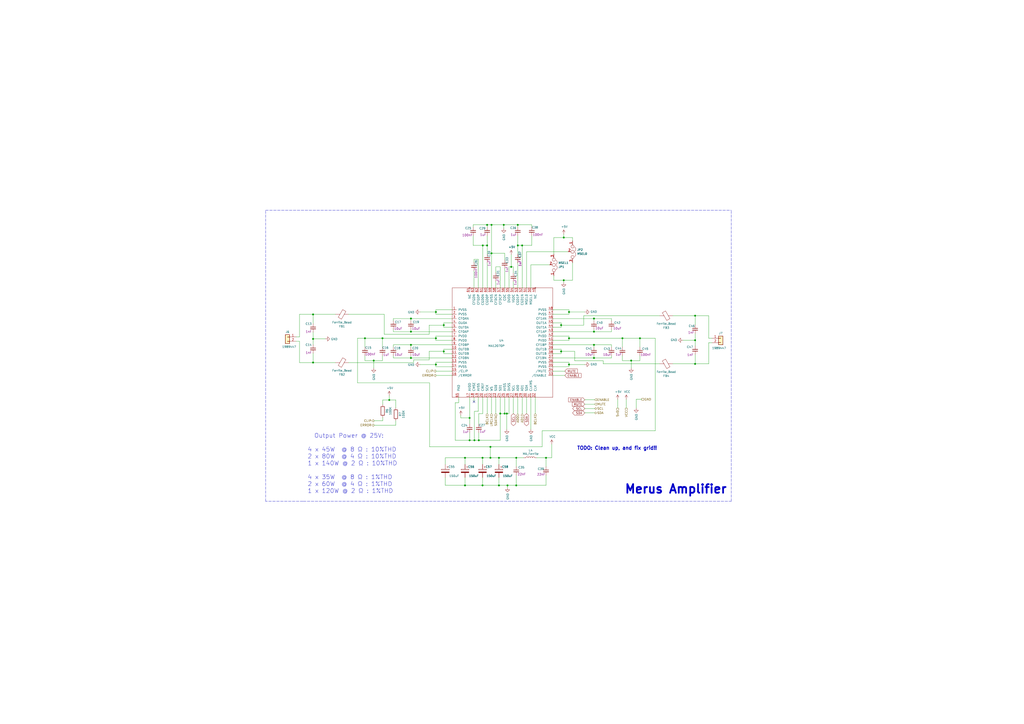
<source format=kicad_sch>
(kicad_sch (version 20211123) (generator eeschema)
  (paper "A2")
  (lib_symbols
    (symbol "Connector_Generic:Conn_01x02" (pin_names (offset 1.016) hide)
      (property "Reference" "J" (at 0 2.54 0))
      (property "Value" "Conn_01x02" (at 0 -5.08 0))
      (symbol "Conn_01x02_1_1"
        (rectangle (start -1.27 -2.413) (end 0 -2.667) (stroke (width 0.1524)))
        (rectangle (start -1.27 0.127) (end 0 -0.127) (stroke (width 0.1524)))
        (rectangle (start -1.27 1.27) (end 1.27 -3.81) (stroke (width 0.254)) (fill (type background)))
        (pin passive line (at -5.08 0 0) (length 3.81) (name "Pin_1") (number "1"))
        (pin passive line (at -5.08 -2.54 0) (length 3.81) (name "Pin_2") (number "2"))
      )
    )
    (symbol "Device:CP" (pin_numbers hide) (pin_names (offset 0.254))
      (property "Reference" "C" (at 0.635 2.54 0))
      (property "Value" "Device_CP" (at 0.635 -2.54 0))
      (symbol "CP_0_1"
        (rectangle (start -2.286 0.508) (end 2.286 1.016))
        (polyline (pts (xy -1.778 2.286) (xy -0.762 2.286)))
        (polyline (pts (xy -1.27 2.794) (xy -1.27 1.778)))
        (rectangle (start 2.286 -0.508) (end -2.286 -1.016) (fill (type outline)))
      )
      (symbol "CP_1_1"
        (pin passive line (at 0 3.81 270) (length 2.794) (name "~") (number "1"))
        (pin passive line (at 0 -3.81 90) (length 2.794) (name "~") (number "2"))
      )
    )
    (symbol "Device:C_Small" (pin_numbers hide) (pin_names (offset 0.254) hide)
      (property "Reference" "C" (at 0.254 1.778 0))
      (property "Value" "C_Small" (at 0.254 -2.032 0))
      (symbol "C_Small_0_1"
        (polyline (pts (xy -1.524 -0.508) (xy 1.524 -0.508)) (stroke (width 0.3302)))
        (polyline (pts (xy -1.524 0.508) (xy 1.524 0.508)) (stroke (width 0.3048)))
      )
      (symbol "C_Small_1_1"
        (pin passive line (at 0 2.54 270) (length 2.032) (name "~") (number "1"))
        (pin passive line (at 0 -2.54 90) (length 2.032) (name "~") (number "2"))
      )
    )
    (symbol "Device:Ferrite_Bead" (pin_numbers hide) (pin_names (offset 0))
      (property "Reference" "FB" (at -3.81 0.635 90))
      (property "Value" "Device_Ferrite_Bead" (at 3.81 0 90))
      (symbol "Ferrite_Bead_0_1"
        (polyline (pts (xy 0 -1.27) (xy 0 -1.2192)))
        (polyline (pts (xy 0 1.27) (xy 0 1.2954)))
        (polyline (pts (xy -2.7686 0.4064) (xy -1.7018 2.2606) (xy 2.7686 -0.3048) (xy 1.6764 -2.159) (xy -2.7686 0.4064)))
      )
      (symbol "Ferrite_Bead_1_1"
        (pin passive line (at 0 3.81 270) (length 2.54) (name "~") (number "1"))
        (pin passive line (at 0 -3.81 90) (length 2.54) (name "~") (number "2"))
      )
    )
    (symbol "Device:Jumper_NC_Dual" (pin_names (offset 0.762) hide)
      (property "Reference" "JP" (at 1.27 -2.54 0))
      (property "Value" "Device_Jumper_NC_Dual" (at 0 2.54 0))
      (symbol "Jumper_NC_Dual_0_1"
        (circle (center -3.048 0) (radius 0.889))
        (arc (start -0.254 1.27) (mid -1.524 1.8804) (end -2.794 1.27))
        (circle (center 0 0) (radius 0.9144))
        (arc (start 2.794 1.27) (mid 1.524 1.8804) (end 0.254 1.27))
        (circle (center 3.048 0) (radius 0.889))
        (pin passive line (at -6.35 0 0) (length 2.413) (name "1") (number "1"))
        (pin passive line (at 0 -2.54 90) (length 1.524) (name "2") (number "2"))
        (pin passive line (at 6.35 0 180) (length 2.413) (name "3") (number "3"))
      )
    )
    (symbol "Device:L" (pin_numbers hide) (pin_names (offset 1.016) hide)
      (property "Reference" "L" (at -1.27 0 90))
      (property "Value" "L" (at 1.905 0 90))
      (symbol "L_0_1"
        (arc (start 0 -2.54) (mid 0.635 -1.905) (end 0 -1.27))
        (arc (start 0 -1.27) (mid 0.635 -0.635) (end 0 0))
        (arc (start 0 0) (mid 0.635 0.635) (end 0 1.27))
        (arc (start 0 1.27) (mid 0.635 1.905) (end 0 2.54))
      )
      (symbol "L_1_1"
        (pin passive line (at 0 3.81 270) (length 1.27) (name "1") (number "1"))
        (pin passive line (at 0 -3.81 90) (length 1.27) (name "2") (number "2"))
      )
    )
    (symbol "Device:R" (pin_numbers hide) (pin_names (offset 0))
      (property "Reference" "R" (at 2.032 0 90))
      (property "Value" "R" (at 0 0 90))
      (symbol "R_0_1"
        (rectangle (start -1.016 -2.54) (end 1.016 2.54) (stroke (width 0.254)))
      )
      (symbol "R_1_1"
        (pin passive line (at 0 3.81 270) (length 1.27) (name "~") (number "1"))
        (pin passive line (at 0 -3.81 90) (length 1.27) (name "~") (number "2"))
      )
    )
    (symbol "muVoxSyms:MA12070P" (pin_names (offset 1.016))
      (property "Reference" "U" (at 10.16 -20.32 0))
      (property "Value" "MA12070P" (at 10.16 -22.86 0))
      (symbol "MA12070P_0_1"
        (rectangle (start -19.05 6.35) (end 39.37 -57.15))
      )
      (symbol "MA12070P_1_1"
        (pin input line (at -19.05 -6.35 0) (length 2.54) (name "PVSS") (number "1"))
        (pin input line (at -19.05 -29.21 0) (length 2.54) (name "OUT0B") (number "10"))
        (pin input line (at -19.05 -31.75 0) (length 2.54) (name "OUT0B") (number "11"))
        (pin input line (at -19.05 -34.29 0) (length 2.54) (name "CF0BN") (number "12"))
        (pin input line (at -19.05 -36.83 0) (length 2.54) (name "PVSS") (number "13"))
        (pin input line (at -19.05 -39.37 0) (length 2.54) (name "PVSS") (number "14"))
        (pin output line (at -19.05 -41.91 0) (length 2.54) (name "/CLIP") (number "15"))
        (pin input line (at -19.05 -44.45 0) (length 2.54) (name "/ERROR") (number "16"))
        (pin input line (at -8.89 -57.15 90) (length 2.54) (name "AVDD") (number "17"))
        (pin input line (at -6.35 -57.15 90) (length 2.54) (name "CMSE") (number "18"))
        (pin input line (at -3.81 -57.15 90) (length 2.54) (name "AVSS") (number "19"))
        (pin input line (at -19.05 -8.89 0) (length 2.54) (name "PVSS") (number "2"))
        (pin output line (at -1.27 -57.15 90) (length 2.54) (name "CREF") (number "20"))
        (pin output line (at 1.27 -57.15 90) (length 2.54) (name "SCK") (number "21"))
        (pin input line (at 3.81 -57.15 90) (length 2.54) (name "WS") (number "22"))
        (pin input line (at 6.35 -57.15 90) (length 2.54) (name "SD0") (number "23"))
        (pin input line (at 8.89 -57.15 90) (length 2.54) (name "SD1") (number "24"))
        (pin passive line (at 11.43 -57.15 90) (length 2.54) (name "AVSS") (number "25"))
        (pin passive line (at 13.97 -57.15 90) (length 2.54) (name "DVSS") (number "26"))
        (pin bidirectional line (at 16.51 -57.15 90) (length 2.54) (name "SCL") (number "27"))
        (pin input line (at 19.05 -57.15 90) (length 2.54) (name "AD0") (number "28"))
        (pin input line (at 21.59 -57.15 90) (length 2.54) (name "AD1") (number "29"))
        (pin input line (at -19.05 -11.43 0) (length 2.54) (name "CF0AN") (number "3"))
        (pin bidirectional line (at 24.13 -57.15 90) (length 2.54) (name "SDA") (number "30"))
        (pin output line (at 26.67 -57.15 90) (length 2.54) (name "CLKMS") (number "31"))
        (pin input line (at 29.21 -57.15 90) (length 2.54) (name "CLK") (number "32"))
        (pin input line (at 39.37 -44.45 180) (length 2.54) (name "/ENABLE") (number "33"))
        (pin output line (at 39.37 -41.91 180) (length 2.54) (name "/MUTE") (number "34"))
        (pin input line (at 39.37 -39.37 180) (length 2.54) (name "PVSS") (number "35"))
        (pin input line (at 39.37 -36.83 180) (length 2.54) (name "PVSS") (number "36"))
        (pin input line (at 39.37 -34.29 180) (length 2.54) (name "CF1BN") (number "37"))
        (pin output line (at 39.37 -31.75 180) (length 2.54) (name "OUT1B") (number "38"))
        (pin output line (at 39.37 -29.21 180) (length 2.54) (name "OUT1B") (number "39"))
        (pin output line (at -19.05 -13.97 0) (length 2.54) (name "OU0A") (number "4"))
        (pin input line (at 39.37 -26.67 180) (length 2.54) (name "CF1BP") (number "40"))
        (pin input line (at 39.37 -24.13 180) (length 2.54) (name "PVDD") (number "41"))
        (pin input line (at 39.37 -21.59 180) (length 2.54) (name "PVDD") (number "42"))
        (pin input line (at 39.37 -19.05 180) (length 2.54) (name "CF1AP") (number "43"))
        (pin output line (at 39.37 -16.51 180) (length 2.54) (name "OUT1A") (number "44"))
        (pin output line (at 39.37 -13.97 180) (length 2.54) (name "OUT1A") (number "45"))
        (pin input line (at 39.37 -11.43 180) (length 2.54) (name "CF1AN") (number "46"))
        (pin input line (at 39.37 -8.89 180) (length 2.54) (name "PVSS") (number "47"))
        (pin input line (at 39.37 -6.35 180) (length 2.54) (name "PVSS") (number "48"))
        (pin no_connect line (at 29.21 6.35 270) (length 2.54) (name "NC") (number "49"))
        (pin output line (at -19.05 -16.51 0) (length 2.54) (name "OUT0A") (number "5"))
        (pin bidirectional line (at 26.67 6.35 270) (length 2.54) (name "MSEL1") (number "50"))
        (pin bidirectional line (at 24.13 6.35 270) (length 2.54) (name "MSEL0") (number "51"))
        (pin input line (at 21.59 6.35 270) (length 2.54) (name "CGD1N") (number "52"))
        (pin input line (at 19.05 6.35 270) (length 2.54) (name "CGD1P") (number "53"))
        (pin bidirectional line (at 16.51 6.35 270) (length 2.54) (name "VGDC") (number "54"))
        (pin passive line (at 13.97 6.35 270) (length 2.54) (name "DVDD") (number "55"))
        (pin passive line (at 11.43 6.35 270) (length 2.54) (name "CDC") (number "56"))
        (pin input line (at 8.89 6.35 270) (length 2.54) (name "CFDCP") (number "57"))
        (pin input line (at 6.35 6.35 270) (length 2.54) (name "CFDCN") (number "58"))
        (pin input line (at 3.81 6.35 270) (length 2.54) (name "DVSS") (number "59"))
        (pin input line (at -19.05 -19.05 0) (length 2.54) (name "CF0AP") (number "6"))
        (pin output line (at 1.27 6.35 270) (length 2.54) (name "CGD0P") (number "60"))
        (pin output line (at -1.27 6.35 270) (length 2.54) (name "CGD0N") (number "61"))
        (pin input line (at -3.81 6.35 270) (length 2.54) (name "CFGDP") (number "62"))
        (pin input line (at -6.35 6.35 270) (length 2.54) (name "CFGDN") (number "63"))
        (pin no_connect line (at -8.89 6.35 270) (length 2.54) (name "NC") (number "64"))
        (pin input line (at -15.24 -57.15 90) (length 2.54) (name "PAD") (number "65"))
        (pin input line (at -19.05 -21.59 0) (length 2.54) (name "PVDD") (number "7"))
        (pin input line (at -19.05 -24.13 0) (length 2.54) (name "PVDD") (number "8"))
        (pin input line (at -19.05 -26.67 0) (length 2.54) (name "CF0BP") (number "9"))
      )
    )
    (symbol "power:+5V" (power) (pin_names (offset 0))
      (property "Value" "+5V" (at 0 3.556 0))
      (symbol "+5V_0_1"
        (polyline (pts (xy -0.762 1.27) (xy 0 2.54)))
        (polyline (pts (xy 0 0) (xy 0 2.54)))
        (polyline (pts (xy 0 2.54) (xy 0.762 1.27)))
      )
      (symbol "+5V_1_1"
        (pin power_in line (at 0 0 90) (length 0) hide (name "+5V") (number "1"))
      )
    )
    (symbol "power:GND" (power) (pin_names (offset 0))
      (property "Value" "GND" (at 0 -3.81 0))
      (symbol "GND_0_1"
        (polyline (pts (xy 0 0) (xy 0 -1.27) (xy 1.27 -1.27) (xy 0 -2.54) (xy -1.27 -1.27) (xy 0 -1.27)))
      )
      (symbol "GND_1_1"
        (pin power_in line (at 0 0 270) (length 0) hide (name "GND") (number "1"))
      )
    )
    (symbol "power:VCC" (power) (pin_names (offset 0))
      (property "Value" "VCC" (at 0 3.81 0))
      (symbol "VCC_0_1"
        (polyline (pts (xy -0.762 1.27) (xy 0 2.54)))
        (polyline (pts (xy 0 0) (xy 0 2.54)))
        (polyline (pts (xy 0 2.54) (xy 0.762 1.27)))
      )
      (symbol "VCC_1_1"
        (pin power_in line (at 0 0 90) (length 0) hide (name "VCC") (number "1"))
      )
    )
  )
  (junction (at 344.551 184.785))
  (junction (at 300.355 142.367))
  (junction (at 216.789 209.169))
  (junction (at 300.355 130.429))
  (junction (at 238.379 192.405))
  (junction (at 280.035 142.367))
  (junction (at 282.575 142.367))
  (junction (at 252.857 196.215))
  (junction (at 257.429 188.595))
  (junction (at 238.379 184.785))
  (junction (at 211.709 196.215))
  (junction (at 330.073 196.215))
  (junction (at 275.209 255.397))
  (junction (at 302.895 142.367))
  (junction (at 371.221 196.215))
  (junction (at 252.857 211.455))
  (junction (at 330.073 180.975))
  (junction (at 238.379 200.025))
  (junction (at 403.225 211.074))
  (junction (at 238.379 207.645))
  (junction (at 325.501 203.835))
  (junction (at 284.48 265.557))
  (junction (at 330.073 211.455))
  (junction (at 269.748 281.559))
  (junction (at 284.48 259.207))
  (junction (at 181.61 210.312))
  (junction (at 292.227 130.429))
  (junction (at 296.545 154.813))
  (junction (at 292.735 239.903))
  (junction (at 221.869 196.215))
  (junction (at 279.908 265.557))
  (junction (at 225.806 232.029))
  (junction (at 279.908 281.559))
  (junction (at 269.748 265.557))
  (junction (at 344.551 192.405))
  (junction (at 181.61 182.372))
  (junction (at 366.141 209.169))
  (junction (at 403.225 183.134))
  (junction (at 327.025 137.795))
  (junction (at 285.115 146.939))
  (junction (at 181.61 196.596))
  (junction (at 257.429 203.835))
  (junction (at 344.551 207.645))
  (junction (at 299.466 281.559))
  (junction (at 344.551 200.025))
  (junction (at 272.415 255.397))
  (junction (at 294.005 239.903))
  (junction (at 294.386 281.559))
  (junction (at 325.501 188.595))
  (junction (at 272.415 242.443))
  (junction (at 361.061 196.215))
  (junction (at 252.857 180.975))
  (junction (at 290.195 239.903))
  (junction (at 299.466 265.557))
  (junction (at 282.575 130.429))
  (junction (at 277.749 255.397))
  (junction (at 316.738 265.557))
  (junction (at 289.433 265.557))
  (junction (at 285.115 130.429))
  (junction (at 403.225 197.358))
  (junction (at 327.025 162.56))
  (junction (at 289.433 281.559))
  (no_connect (at 274.955 233.045))
  (wire (pts (xy 403.225 188.468) (xy 403.225 183.134)))
  (wire (pts (xy 239.903 208.788) (xy 248.92 208.788)))
  (wire (pts (xy 216.916 244.094) (xy 221.996 244.094)))
  (wire (pts (xy 330.073 210.185) (xy 330.073 211.455)))
  (wire (pts (xy 274.447 130.429) (xy 274.447 131.699)))
  (wire (pts (xy 413.004 198.755) (xy 411.099 198.755)))
  (wire (pts (xy 316.738 265.557) (xy 311.404 265.557)))
  (wire (pts (xy 207.391 196.215) (xy 211.709 196.215)))
  (wire (pts (xy 257.429 203.835) (xy 257.429 202.565)))
  (wire (pts (xy 277.495 150.495) (xy 277.495 167.005)))
  (wire (pts (xy 316.738 270.637) (xy 316.738 265.557)))
  (wire (pts (xy 221.996 232.029) (xy 225.806 232.029)))
  (wire (pts (xy 302.895 167.005) (xy 302.895 142.367)))
  (wire (pts (xy 282.575 131.699) (xy 282.575 130.429)))
  (wire (pts (xy 403.225 183.134) (xy 390.271 183.134)))
  (wire (pts (xy 173.736 182.372) (xy 181.61 182.372)))
  (wire (pts (xy 248.92 188.595) (xy 248.92 193.929)))
  (wire (pts (xy 228.219 186.055) (xy 228.219 184.785)))
  (wire (pts (xy 299.466 270.637) (xy 299.466 265.557)))
  (wire (pts (xy 292.227 130.429) (xy 300.355 130.429)))
  (wire (pts (xy 284.48 265.557) (xy 289.433 265.557)))
  (wire (pts (xy 305.435 146.05) (xy 329.565 146.05)))
  (wire (pts (xy 282.575 230.505) (xy 282.575 239.903)))
  (wire (pts (xy 354.711 191.135) (xy 354.711 192.405)))
  (wire (pts (xy 181.61 196.596) (xy 188.722 196.596)))
  (wire (pts (xy 403.225 197.358) (xy 396.113 197.358)))
  (wire (pts (xy 339.217 239.522) (xy 344.932 239.522)))
  (wire (pts (xy 325.501 203.835) (xy 333.375 203.835)))
  (wire (pts (xy 320.675 205.105) (xy 325.501 205.105)))
  (wire (pts (xy 320.04 257.683) (xy 320.04 265.557)))
  (wire (pts (xy 285.115 167.005) (xy 285.115 146.939)))
  (wire (pts (xy 264.033 233.553) (xy 264.033 255.397)))
  (wire (pts (xy 325.501 187.325) (xy 325.501 188.595)))
  (wire (pts (xy 308.483 142.367) (xy 302.895 142.367)))
  (wire (pts (xy 277.749 255.397) (xy 290.195 255.397)))
  (wire (pts (xy 300.355 167.005) (xy 300.355 152.527)))
  (wire (pts (xy 285.115 146.939) (xy 292.735 146.939)))
  (wire (pts (xy 338.582 183.134) (xy 382.651 183.134)))
  (wire (pts (xy 320.675 189.865) (xy 325.501 189.865)))
  (polyline (pts (xy 175.895 290.83) (xy 424.18 290.83)))
  (wire (pts (xy 252.857 211.455) (xy 243.713 211.455)))
  (wire (pts (xy 171.831 197.993) (xy 173.736 197.993)))
  (wire (pts (xy 330.073 197.485) (xy 320.675 197.485)))
  (wire (pts (xy 403.225 193.548) (xy 403.225 197.358)))
  (wire (pts (xy 238.379 207.645) (xy 238.379 206.375)))
  (wire (pts (xy 320.675 184.785) (xy 344.551 184.785)))
  (wire (pts (xy 295.275 239.903) (xy 294.005 239.903)))
  (wire (pts (xy 332.105 152.4) (xy 332.105 162.56)))
  (wire (pts (xy 269.748 265.557) (xy 269.748 269.367)))
  (wire (pts (xy 366.141 209.169) (xy 361.061 209.169)))
  (wire (pts (xy 292.735 239.903) (xy 292.735 230.505)))
  (wire (pts (xy 300.355 147.447) (xy 300.355 142.367)))
  (wire (pts (xy 327.025 137.795) (xy 332.105 137.795)))
  (wire (pts (xy 274.955 150.495) (xy 277.495 150.495)))
  (wire (pts (xy 248.92 193.929) (xy 222.885 193.929)))
  (wire (pts (xy 290.195 255.397) (xy 290.195 239.903)))
  (wire (pts (xy 207.391 222.123) (xy 207.391 196.215)))
  (wire (pts (xy 262.255 212.725) (xy 252.857 212.725)))
  (wire (pts (xy 282.575 142.367) (xy 282.575 136.779)))
  (wire (pts (xy 320.04 265.557) (xy 316.738 265.557)))
  (wire (pts (xy 289.433 265.557) (xy 299.466 265.557)))
  (wire (pts (xy 228.219 201.295) (xy 228.219 200.025)))
  (wire (pts (xy 279.908 276.987) (xy 279.908 281.559)))
  (wire (pts (xy 314.452 249.936) (xy 314.452 259.207)))
  (wire (pts (xy 216.789 209.169) (xy 221.869 209.169)))
  (wire (pts (xy 295.275 154.813) (xy 296.545 154.813)))
  (wire (pts (xy 252.857 196.215) (xy 252.857 197.485)))
  (wire (pts (xy 302.895 142.367) (xy 300.355 142.367)))
  (wire (pts (xy 277.495 238.633) (xy 275.209 238.633)))
  (wire (pts (xy 327.025 162.56) (xy 327.025 163.83)))
  (wire (pts (xy 238.379 200.025) (xy 228.219 200.025)))
  (wire (pts (xy 202.184 210.312) (xy 239.903 210.312)))
  (wire (pts (xy 280.035 142.367) (xy 282.575 142.367)))
  (wire (pts (xy 282.575 130.429) (xy 285.115 130.429)))
  (wire (pts (xy 173.736 210.312) (xy 173.736 197.993)))
  (wire (pts (xy 411.099 211.074) (xy 403.225 211.074)))
  (wire (pts (xy 222.885 193.929) (xy 222.885 182.372)))
  (wire (pts (xy 308.483 130.429) (xy 308.483 131.699)))
  (wire (pts (xy 295.275 230.505) (xy 295.275 239.903)))
  (wire (pts (xy 307.975 167.005) (xy 307.975 153.67)))
  (wire (pts (xy 339.217 231.902) (xy 344.932 231.902)))
  (wire (pts (xy 320.675 217.805) (xy 327.66 217.805)))
  (wire (pts (xy 252.857 179.705) (xy 262.255 179.705)))
  (wire (pts (xy 289.433 265.557) (xy 289.433 269.367)))
  (wire (pts (xy 295.275 167.005) (xy 295.275 154.813)))
  (wire (pts (xy 267.335 240.919) (xy 267.335 242.443)))
  (wire (pts (xy 262.255 187.325) (xy 257.429 187.325)))
  (wire (pts (xy 252.857 194.945) (xy 252.857 196.215)))
  (wire (pts (xy 413.004 196.215) (xy 411.099 196.215)))
  (wire (pts (xy 252.857 180.975) (xy 243.713 180.975)))
  (wire (pts (xy 262.255 207.645) (xy 238.379 207.645)))
  (wire (pts (xy 284.48 259.207) (xy 284.48 265.557)))
  (wire (pts (xy 297.815 230.505) (xy 297.815 239.903)))
  (polyline (pts (xy 154.051 290.83) (xy 154.051 121.92)))
  (wire (pts (xy 285.115 146.939) (xy 285.115 130.429)))
  (wire (pts (xy 320.675 194.945) (xy 330.073 194.945)))
  (wire (pts (xy 411.099 211.074) (xy 411.099 198.755)))
  (wire (pts (xy 320.675 179.705) (xy 330.073 179.705)))
  (wire (pts (xy 257.429 189.865) (xy 262.255 189.865)))
  (wire (pts (xy 181.61 196.596) (xy 181.61 199.898)))
  (wire (pts (xy 371.221 196.215) (xy 380.111 196.215)))
  (wire (pts (xy 248.92 188.595) (xy 257.429 188.595)))
  (wire (pts (xy 354.711 206.375) (xy 354.711 207.645)))
  (wire (pts (xy 330.073 194.945) (xy 330.073 196.215)))
  (wire (pts (xy 330.073 180.975) (xy 339.217 180.975)))
  (wire (pts (xy 300.355 230.505) (xy 300.355 240.03)))
  (wire (pts (xy 411.099 196.215) (xy 411.099 183.134)))
  (wire (pts (xy 284.48 259.207) (xy 249.174 259.207)))
  (wire (pts (xy 221.869 196.215) (xy 252.857 196.215)))
  (wire (pts (xy 285.115 130.429) (xy 292.227 130.429)))
  (wire (pts (xy 349.885 211.074) (xy 382.651 211.074)))
  (wire (pts (xy 330.073 212.725) (xy 320.675 212.725)))
  (wire (pts (xy 294.005 239.903) (xy 292.735 239.903)))
  (wire (pts (xy 252.857 180.975) (xy 252.857 179.705)))
  (wire (pts (xy 320.675 200.025) (xy 344.551 200.025)))
  (wire (pts (xy 280.035 167.005) (xy 280.035 142.367)))
  (wire (pts (xy 307.975 153.67) (xy 318.77 153.67)))
  (wire (pts (xy 228.219 207.645) (xy 228.219 206.375)))
  (wire (pts (xy 327.025 162.56) (xy 321.31 162.56)))
  (wire (pts (xy 361.061 209.169) (xy 361.061 206.375)))
  (wire (pts (xy 327.025 137.795) (xy 327.025 135.89)))
  (wire (pts (xy 330.073 211.455) (xy 339.217 211.455)))
  (wire (pts (xy 264.033 255.397) (xy 272.415 255.397)))
  (wire (pts (xy 211.709 201.295) (xy 211.709 196.215)))
  (wire (pts (xy 403.225 211.074) (xy 403.225 205.74)))
  (wire (pts (xy 238.379 186.055) (xy 238.379 184.785)))
  (wire (pts (xy 371.221 201.295) (xy 371.221 196.215)))
  (wire (pts (xy 238.379 192.405) (xy 238.379 191.135)))
  (wire (pts (xy 258.318 265.557) (xy 258.318 269.367)))
  (wire (pts (xy 249.174 259.207) (xy 249.174 222.123)))
  (wire (pts (xy 280.035 239.903) (xy 280.035 230.505)))
  (polyline (pts (xy 175.768 290.83) (xy 154.051 290.83)))
  (wire (pts (xy 330.073 196.215) (xy 330.073 197.485)))
  (wire (pts (xy 252.857 211.455) (xy 252.857 210.185)))
  (wire (pts (xy 216.916 246.634) (xy 229.616 246.634)))
  (wire (pts (xy 300.355 130.429) (xy 308.483 130.429)))
  (wire (pts (xy 248.92 203.835) (xy 257.429 203.835)))
  (wire (pts (xy 296.545 154.813) (xy 297.815 154.813)))
  (wire (pts (xy 344.551 207.645) (xy 354.711 207.645)))
  (wire (pts (xy 269.748 276.987) (xy 269.748 281.559)))
  (wire (pts (xy 403.225 211.074) (xy 390.271 211.074)))
  (wire (pts (xy 299.466 275.717) (xy 299.466 281.559)))
  (wire (pts (xy 344.551 200.025) (xy 354.711 200.025)))
  (wire (pts (xy 282.575 130.429) (xy 274.447 130.429)))
  (wire (pts (xy 282.575 167.005) (xy 282.575 152.527)))
  (wire (pts (xy 403.225 197.358) (xy 403.225 200.66)))
  (wire (pts (xy 310.515 230.505) (xy 310.515 239.903)))
  (wire (pts (xy 307.975 230.505) (xy 307.975 249.047)))
  (wire (pts (xy 290.195 230.505) (xy 290.195 239.903)))
  (wire (pts (xy 287.655 230.505) (xy 287.655 239.903)))
  (wire (pts (xy 257.429 205.105) (xy 262.255 205.105)))
  (wire (pts (xy 274.447 136.779) (xy 274.447 142.367)))
  (wire (pts (xy 330.073 180.975) (xy 330.073 182.245)))
  (wire (pts (xy 289.433 281.559) (xy 294.386 281.559)))
  (wire (pts (xy 287.655 158.115) (xy 287.655 154.813)))
  (wire (pts (xy 297.815 167.005) (xy 297.815 163.449)))
  (wire (pts (xy 266.065 233.553) (xy 264.033 233.553)))
  (wire (pts (xy 221.869 201.295) (xy 221.869 196.215)))
  (wire (pts (xy 262.255 192.405) (xy 238.379 192.405)))
  (wire (pts (xy 344.551 191.135) (xy 344.551 192.405)))
  (wire (pts (xy 354.711 200.025) (xy 354.711 201.295)))
  (wire (pts (xy 258.318 276.987) (xy 258.318 281.559)))
  (wire (pts (xy 290.195 154.813) (xy 290.195 167.005)))
  (wire (pts (xy 257.429 189.865) (xy 257.429 188.595)))
  (wire (pts (xy 314.452 259.207) (xy 284.48 259.207)))
  (wire (pts (xy 296.545 154.813) (xy 296.545 147.701)))
  (wire (pts (xy 262.255 184.785) (xy 238.379 184.785)))
  (polyline (pts (xy 424.18 290.83) (xy 424.18 121.92)))
  (wire (pts (xy 330.073 182.245) (xy 320.675 182.245)))
  (wire (pts (xy 344.551 184.785) (xy 344.551 186.055)))
  (wire (pts (xy 325.501 188.595) (xy 325.501 189.865)))
  (wire (pts (xy 229.616 232.029) (xy 229.616 236.474)))
  (wire (pts (xy 266.065 230.505) (xy 266.065 233.553)))
  (wire (pts (xy 274.955 230.505) (xy 274.955 233.045)))
  (wire (pts (xy 325.501 187.325) (xy 320.675 187.325)))
  (wire (pts (xy 238.379 207.645) (xy 228.219 207.645)))
  (wire (pts (xy 411.099 183.134) (xy 403.225 183.134)))
  (wire (pts (xy 275.209 238.633) (xy 275.209 255.397)))
  (wire (pts (xy 292.735 167.005) (xy 292.735 155.829)))
  (wire (pts (xy 285.115 230.505) (xy 285.115 239.903)))
  (wire (pts (xy 252.857 215.265) (xy 262.255 215.265)))
  (wire (pts (xy 249.174 222.123) (xy 207.391 222.123)))
  (wire (pts (xy 325.501 203.835) (xy 325.501 205.105)))
  (wire (pts (xy 338.582 183.134) (xy 338.582 188.595)))
  (wire (pts (xy 262.255 200.025) (xy 238.379 200.025)))
  (wire (pts (xy 239.903 210.312) (xy 239.903 208.788)))
  (wire (pts (xy 287.655 167.005) (xy 287.655 163.195)))
  (wire (pts (xy 299.466 281.559) (xy 294.386 281.559)))
  (wire (pts (xy 366.141 209.169) (xy 366.141 213.487)))
  (wire (pts (xy 269.748 281.559) (xy 279.908 281.559)))
  (wire (pts (xy 181.61 210.312) (xy 181.61 204.978)))
  (wire (pts (xy 257.429 205.105) (xy 257.429 203.835)))
  (wire (pts (xy 300.355 131.699) (xy 300.355 130.429)))
  (wire (pts (xy 221.869 196.215) (xy 211.709 196.215)))
  (wire (pts (xy 229.616 246.634) (xy 229.616 244.094)))
  (wire (pts (xy 225.806 232.029) (xy 229.616 232.029)))
  (wire (pts (xy 173.736 195.453) (xy 173.736 182.372)))
  (wire (pts (xy 211.709 206.375) (xy 211.709 209.169)))
  (wire (pts (xy 290.195 239.903) (xy 292.735 239.903)))
  (wire (pts (xy 279.908 281.559) (xy 289.433 281.559)))
  (wire (pts (xy 262.255 194.945) (xy 252.857 194.945)))
  (wire (pts (xy 272.415 242.443) (xy 272.415 245.999)))
  (wire (pts (xy 238.379 201.295) (xy 238.379 200.025)))
  (wire (pts (xy 274.955 152.019) (xy 274.955 150.495)))
  (wire (pts (xy 262.255 182.245) (xy 252.857 182.245)))
  (wire (pts (xy 275.209 255.397) (xy 277.749 255.397)))
  (wire (pts (xy 181.61 182.372) (xy 194.564 182.372)))
  (wire (pts (xy 305.435 230.505) (xy 305.435 239.903)))
  (wire (pts (xy 238.379 184.785) (xy 228.219 184.785)))
  (wire (pts (xy 369.062 231.648) (xy 372.237 231.648)))
  (wire (pts (xy 339.217 234.442) (xy 344.932 234.442)))
  (wire (pts (xy 344.551 184.785) (xy 354.711 184.785)))
  (wire (pts (xy 330.073 179.705) (xy 330.073 180.975)))
  (wire (pts (xy 349.885 209.296) (xy 333.375 209.296)))
  (wire (pts (xy 358.267 231.648) (xy 358.267 236.728)))
  (wire (pts (xy 173.736 210.312) (xy 181.61 210.312)))
  (wire (pts (xy 339.217 236.982) (xy 344.932 236.982)))
  (wire (pts (xy 248.92 208.788) (xy 248.92 203.835)))
  (wire (pts (xy 330.073 211.455) (xy 330.073 212.725)))
  (wire (pts (xy 303.784 265.557) (xy 299.466 265.557)))
  (wire (pts (xy 274.447 142.367) (xy 280.035 142.367)))
  (wire (pts (xy 302.895 230.505) (xy 302.895 240.03)))
  (wire (pts (xy 332.105 137.795) (xy 332.105 139.7)))
  (wire (pts (xy 267.335 242.443) (xy 272.415 242.443)))
  (wire (pts (xy 325.501 202.565) (xy 325.501 203.835)))
  (wire (pts (xy 221.996 244.094) (xy 221.996 242.189)))
  (wire (pts (xy 321.31 137.795) (xy 327.025 137.795)))
  (wire (pts (xy 361.061 196.215) (xy 371.221 196.215)))
  (wire (pts (xy 349.885 211.074) (xy 349.885 209.296)))
  (wire (pts (xy 225.806 232.029) (xy 225.806 229.489)))
  (wire (pts (xy 221.869 209.169) (xy 221.869 206.375)))
  (wire (pts (xy 171.831 195.453) (xy 173.736 195.453)))
  (wire (pts (xy 297.815 154.813) (xy 297.815 158.369)))
  (wire (pts (xy 277.749 251.079) (xy 277.749 255.397)))
  (wire (pts (xy 272.415 230.505) (xy 272.415 242.443)))
  (wire (pts (xy 221.996 234.569) (xy 221.996 232.029)))
  (wire (pts (xy 262.255 217.805) (xy 252.857 217.805)))
  (wire (pts (xy 279.908 265.557) (xy 284.48 265.557)))
  (wire (pts (xy 321.31 162.56) (xy 321.31 160.02)))
  (wire (pts (xy 228.219 192.405) (xy 228.219 191.135)))
  (wire (pts (xy 292.735 150.749) (xy 292.735 146.939)))
  (wire (pts (xy 320.675 192.405) (xy 344.551 192.405)))
  (wire (pts (xy 181.61 210.312) (xy 194.564 210.312)))
  (wire (pts (xy 320.675 210.185) (xy 330.073 210.185)))
  (wire (pts (xy 258.318 265.557) (xy 269.748 265.557)))
  (polyline (pts (xy 154.051 121.92) (xy 424.18 121.92)))
  (wire (pts (xy 252.857 182.245) (xy 252.857 180.975)))
  (wire (pts (xy 325.501 188.595) (xy 338.582 188.595)))
  (wire (pts (xy 277.495 230.505) (xy 277.495 238.633)))
  (wire (pts (xy 252.857 197.485) (xy 262.255 197.485)))
  (wire (pts (xy 316.738 275.717) (xy 316.738 281.559)))
  (wire (pts (xy 272.415 251.079) (xy 272.415 255.397)))
  (wire (pts (xy 308.483 136.779) (xy 308.483 142.367)))
  (wire (pts (xy 320.675 207.645) (xy 344.551 207.645)))
  (wire (pts (xy 371.221 209.169) (xy 366.141 209.169)))
  (wire (pts (xy 262.255 202.565) (xy 257.429 202.565)))
  (wire (pts (xy 332.105 162.56) (xy 327.025 162.56)))
  (wire (pts (xy 325.501 202.565) (xy 320.675 202.565)))
  (wire (pts (xy 202.184 182.372) (xy 222.885 182.372)))
  (wire (pts (xy 344.551 206.375) (xy 344.551 207.645)))
  (wire (pts (xy 277.749 239.903) (xy 280.035 239.903)))
  (wire (pts (xy 289.433 276.987) (xy 289.433 281.559)))
  (wire (pts (xy 316.738 281.559) (xy 299.466 281.559)))
  (wire (pts (xy 216.789 209.169) (xy 216.789 213.487)))
  (wire (pts (xy 181.61 187.706) (xy 181.61 182.372)))
  (wire (pts (xy 380.111 196.215) (xy 380.111 249.936)))
  (wire (pts (xy 369.062 236.728) (xy 369.062 231.648)))
  (wire (pts (xy 181.61 192.786) (xy 181.61 196.596)))
  (wire (pts (xy 344.551 192.405) (xy 354.711 192.405)))
  (wire (pts (xy 305.435 167.005) (xy 305.435 146.05)))
  (wire (pts (xy 300.355 142.367) (xy 300.355 136.779)))
  (wire (pts (xy 257.429 188.595) (xy 257.429 187.325)))
  (wire (pts (xy 371.221 206.375) (xy 371.221 209.169)))
  (wire (pts (xy 363.347 231.648) (xy 363.347 236.728)))
  (wire (pts (xy 269.748 265.557) (xy 279.908 265.557)))
  (wire (pts (xy 252.857 212.725) (xy 252.857 211.455)))
  (wire (pts (xy 272.415 255.397) (xy 275.209 255.397)))
  (wire (pts (xy 294.005 239.903) (xy 294.005 249.047)))
  (wire (pts (xy 321.31 147.32) (xy 321.31 137.795)))
  (wire (pts (xy 333.375 209.296) (xy 333.375 203.835)))
  (wire (pts (xy 354.711 184.785) (xy 354.711 186.055)))
  (wire (pts (xy 320.675 215.265) (xy 327.66 215.265)))
  (wire (pts (xy 252.857 210.185) (xy 262.255 210.185)))
  (wire (pts (xy 380.111 249.936) (xy 314.452 249.936)))
  (wire (pts (xy 277.749 245.999) (xy 277.749 239.903)))
  (wire (pts (xy 282.575 147.447) (xy 282.575 142.367)))
  (wire (pts (xy 294.386 282.829) (xy 294.386 281.559)))
  (wire (pts (xy 287.655 154.813) (xy 290.195 154.813)))
  (wire (pts (xy 344.551 200.025) (xy 344.551 201.295)))
  (wire (pts (xy 238.379 192.405) (xy 228.219 192.405)))
  (wire (pts (xy 292.227 132.461) (xy 292.227 130.429)))
  (wire (pts (xy 211.709 209.169) (xy 216.789 209.169)))
  (wire (pts (xy 361.061 201.295) (xy 361.061 196.215)))
  (wire (pts (xy 258.318 281.559) (xy 269.748 281.559)))
  (wire (pts (xy 279.908 265.557) (xy 279.908 269.367)))
  (wire (pts (xy 274.955 167.005) (xy 274.955 157.099)))
  (wire (pts (xy 361.061 196.215) (xy 330.073 196.215)))
  (text "Merus Amplifier" (at 362.077 286.766 0) (effects (font (size 5.0038 5.0038) (thickness 1.0008) bold) (justify left bottom)))
  (text "  Output Power @ 25V:\n\n4 x 45W  @ 8 Ω : 10%THD\n2 x 80W  @ 4 Ω : 10%THD\n1 x 140W @ 2 Ω : 10%THD\n\n4 x 35W  @ 8 Ω : 1%THD\n2 x 60W  @ 4 Ω : 1%THD\n1 x 120W @ 2 Ω : 1%THD" (at 178.435 286.385 0) (effects (font (size 2.4892 2.4892)) (justify left bottom)))
  (text "TODO: Clean up, and fix grid!!" (at 334.645 261.239 0) (effects (font (size 2 2) (thickness 0.4) bold) (justify left bottom)))
  (text "\n" (at 281.051 206.121 0) (effects (font (size 1.27 1.27)) (justify left bottom)))
  (global_label "MUTE" (shape input) (at 339.217 234.442 180) (property "Intersheet References" "${INTERSHEET_REFS}" (effects hide)))
  (global_label "ENABLE" (shape input) (at 327.66 217.805 0) (property "Intersheet References" "${INTERSHEET_REFS}" (effects hide)))
  (global_label "SDA" (shape bidirectional) (at 339.217 239.522 180) (property "Intersheet References" "${INTERSHEET_REFS}" (effects hide)))
  (global_label "SDA" (shape bidirectional) (at 305.435 239.903 270) (property "Intersheet References" "${INTERSHEET_REFS}" (effects hide)))
  (global_label "ENABLE" (shape input) (at 339.217 231.902 180) (property "Intersheet References" "${INTERSHEET_REFS}" (effects hide)))
  (global_label "SCL" (shape bidirectional) (at 297.815 239.903 270) (property "Intersheet References" "${INTERSHEET_REFS}" (effects hide)))
  (global_label "MUTE" (shape input) (at 327.66 215.265 0) (property "Intersheet References" "${INTERSHEET_REFS}" (effects hide)))
  (global_label "SCL" (shape bidirectional) (at 339.217 236.982 180) (property "Intersheet References" "${INTERSHEET_REFS}" (effects hide)))
  (hierarchical_label "AD0" (shape input) (at 300.355 240.03 270))
  (hierarchical_label "SDA" (shape bidirectional) (at 344.932 239.522 0))
  (hierarchical_label "ENABLE" (shape input) (at 344.932 231.902 0))
  (hierarchical_label "SCL" (shape bidirectional) (at 344.932 236.982 0))
  (hierarchical_label "GND" (shape passive) (at 372.237 231.648 0))
  (hierarchical_label "MUTE" (shape input) (at 344.932 234.442 0))
  (hierarchical_label "BCLK" (shape input) (at 310.515 239.903 270))
  (hierarchical_label "BCLK" (shape input) (at 282.575 239.903 270))
  (hierarchical_label "VCC" (shape passive) (at 363.347 236.728 270))
  (hierarchical_label "AD1" (shape input) (at 302.895 240.03 270))
  (hierarchical_label "SDATA" (shape input) (at 287.655 239.903 270))
  (hierarchical_label "CLIP" (shape output) (at 216.916 244.094 180))
  (hierarchical_label "ERROR" (shape output) (at 252.857 217.805 180))
  (hierarchical_label "CLIP" (shape output) (at 252.857 215.265 180))
  (hierarchical_label "5v0" (shape passive) (at 358.267 236.728 270))
  (hierarchical_label "ERROR" (shape output) (at 216.916 246.634 180))
  (hierarchical_label "LRCLK" (shape input) (at 285.115 239.903 270))
  (symbol (lib_id "power:GND") (at 396.113 197.358 270) (mirror x) (unit 1)
    (property "Reference" "#PWR0135" (effects hide))
    (property "Value" "GND" (at 392.8618 197.231 90) (effects (font (size 1.2 1.2)) (justify right)))
  )
  (symbol (lib_id "power:GND") (at 366.141 213.487 0) (unit 1)
    (property "Reference" "#PWR0136" (effects hide))
    (property "Value" "GND" (at 366.268 216.7382 90) (effects (font (size 1.2 1.2)) (justify right)))
  )
  (symbol (lib_id "power:GND") (at 339.217 211.455 90) (unit 1)
    (property "Reference" "#PWR0137" (effects hide))
    (property "Value" "GND" (at 342.4682 211.328 90) (effects (font (size 1.2 1.2)) (justify right)))
  )
  (symbol (lib_id "Device:C_Small") (at 181.61 202.438 0) (unit 1)
    (property "Reference" "C14" (at 180.848 200.025 0) (effects (font (size 1.2 1.2)) (justify right)))
    (property "Value" "CAP_SMD_0603" (effects hide))
    (property "Footprint" "Capacitor_SMD:C_0603_1608Metric" (effects hide))
    (property "VAL" "1nF" (at 179.07 204.597 0))
    (property "LCSC" "C44369" (effects hide))
  )
  (symbol (lib_id "power:GND") (at 294.386 282.829 0) (unit 1)
    (property "Reference" "#PWR0138" (effects hide))
    (property "Value" "GND" (at 294.513 286.0802 90) (effects (font (size 1.2 1.2)) (justify right)))
  )
  (symbol (lib_id "power:GND") (at 294.005 249.047 0) (unit 1)
    (property "Reference" "#PWR0139" (effects hide))
    (property "Value" "GND" (at 294.132 252.2982 90) (effects (font (size 1.2 1.2)) (justify right)))
  )
  (symbol (lib_id "power:GND") (at 307.975 249.047 0) (unit 1)
    (property "Reference" "#PWR0140" (effects hide))
    (property "Value" "GND" (at 308.102 252.2982 90) (effects (font (size 1.2 1.2)) (justify right)))
  )
  (symbol (lib_id "power:GND") (at 243.713 211.455 270) (unit 1)
    (property "Reference" "#PWR0141" (effects hide))
    (property "Value" "GND" (at 240.4618 211.582 90) (effects (font (size 1.2 1.2)) (justify right)))
  )
  (symbol (lib_id "Connector_Generic:Conn_01x02") (at 166.751 195.453 0) (mirror y) (unit 1)
    (property "Reference" "J6" (at 167.894 192.532 0) (effects (font (size 1.2 1.2)) (justify left)))
    (property "Value" "1989447" (at 171.831 201.168 0) (effects (font (size 1.2 1.2)) (justify left)))
    (property "Footprint" "Lib:Phoenix1989447" (effects hide))
    (property "Digikey" "277-16667-ND" (effects hide))
  )
  (symbol (lib_id "power:GND") (at 216.789 213.487 0) (unit 1)
    (property "Reference" "#PWR0142" (effects hide))
    (property "Value" "GND" (at 216.916 216.7382 90) (effects (font (size 1.2 1.2)) (justify right)))
  )
  (symbol (lib_id "power:GND") (at 243.713 180.975 270) (unit 1)
    (property "Reference" "#PWR0143" (effects hide))
    (property "Value" "GND" (at 240.4618 181.102 90) (effects (font (size 1.2 1.2)) (justify right)))
  )
  (symbol (lib_id "power:GND") (at 188.722 196.596 90) (mirror x) (unit 1)
    (property "Reference" "#PWR0144" (effects hide))
    (property "Value" "GND" (at 191.9732 196.723 90) (effects (font (size 1.2 1.2)) (justify right)))
  )
  (symbol (lib_id "power:GND") (at 292.227 132.461 0) (unit 1)
    (property "Reference" "#PWR0145" (effects hide))
    (property "Value" "GND" (at 292.354 135.7122 90) (effects (font (size 1.2 1.2)) (justify right)))
  )
  (symbol (lib_id "power:GND") (at 327.025 163.83 0) (unit 1)
    (property "Reference" "#PWR0146" (effects hide))
    (property "Value" "GND" (at 327.152 167.0812 90) (effects (font (size 1.2 1.2)) (justify right)))
  )
  (symbol (lib_id "power:GND") (at 339.217 180.975 90) (unit 1)
    (property "Reference" "#PWR0147" (effects hide))
    (property "Value" "GND" (at 342.4682 180.848 90) (effects (font (size 1.2 1.2)) (justify right)))
  )
  (symbol (lib_id "power:GND") (at 369.062 236.728 0) (unit 1)
    (property "Reference" "#PWR0148" (effects hide))
    (property "Value" "GND" (at 369.189 239.9792 90) (effects (font (size 1.2 1.2)) (justify right)))
  )
  (symbol (lib_id "power:+5V") (at 225.806 229.489 0) (unit 1)
    (property "Reference" "#PWR0131" (effects hide))
    (property "Value" "+5V" (at 226.187 225.0948 0) (effects (font (size 1.2 1.2))))
  )
  (symbol (lib_id "Device:Jumper_NC_Dual") (at 332.105 146.05 270) (unit 1)
    (property "Reference" "JP2" (at 334.6958 144.8816 90) (effects (font (size 1.2 1.2)) (justify left)))
    (property "Value" "MSEL0" (at 334.6958 147.193 90) (effects (font (size 1.2 1.2)) (justify left)))
    (property "Footprint" "Jumper:SolderJumper-3_P1.3mm_Bridged12_RoundedPad1.0x1.5mm" (effects hide))
  )
  (symbol (lib_id "power:+5V") (at 327.025 135.89 0) (unit 1)
    (property "Reference" "#PWR0132" (effects hide))
    (property "Value" "+5V" (at 327.406 131.4958 0) (effects (font (size 1.2 1.2))))
  )
  (symbol (lib_id "Device:Jumper_NC_Dual") (at 321.31 153.67 270) (mirror x) (unit 1)
    (property "Reference" "JP1" (at 323.9008 154.8384 90) (effects (font (size 1.2 1.2)) (justify left)))
    (property "Value" "MSEL1" (at 323.9008 152.527 90) (effects (font (size 1.2 1.2)) (justify left)))
    (property "Footprint" "Jumper:SolderJumper-3_P1.3mm_Bridged12_RoundedPad1.0x1.5mm" (effects hide))
  )
  (symbol (lib_id "power:+5V") (at 358.267 231.648 0) (unit 1)
    (property "Reference" "#PWR0133" (effects hide))
    (property "Value" "+5V" (at 358.648 227.2538 0) (effects (font (size 1.2 1.2))))
  )
  (symbol (lib_id "power:VCC") (at 363.347 231.648 0) (unit 1)
    (property "Reference" "#PWR0134" (effects hide))
    (property "Value" "VCC" (at 363.7788 227.2538 0) (effects (font (size 1.2 1.2))))
  )
  (symbol (lib_id "muVoxSyms:MA12070P") (at 281.305 173.355 0) (unit 1)
    (property "Reference" "U4" (at 289.56 197.485 0) (effects (font (size 1.2 1.2)) (justify left)))
    (property "Value" "MA12070P" (at 283.21 200.66 0) (effects (font (size 1.2 1.2)) (justify left)))
    (property "Footprint" "Package_DFN_QFN:QFN-64-1EP_9x9mm_P0.5mm_EP5.45x5.45mm_ThermalVias" (effects hide))
  )
  (symbol (lib_id "Device:CP") (at 258.318 273.177 0) (mirror y) (unit 1)
    (property "Reference" "C55" (at 263.779 270.764 0) (effects (font (size 1.2 1.2)) (justify left)))
    (property "Value" "150uF" (at 266.319 276.098 0) (effects (font (size 1.2 1.2)) (justify left)))
    (property "Footprint" "Capacitor_SMD:CP_Elec_8x10" (effects hide))
    (property "LCSC" "C38513" (effects hide))
  )
  (symbol (lib_id "Device:CP") (at 269.748 273.177 0) (mirror y) (unit 1)
    (property "Reference" "C56" (at 275.209 270.764 0) (effects (font (size 1.2 1.2)) (justify left)))
    (property "Value" "150uF" (at 277.749 276.098 0) (effects (font (size 1.2 1.2)) (justify left)))
    (property "Footprint" "Capacitor_SMD:CP_Elec_8x10" (effects hide))
    (property "LCSC" "C38513" (effects hide))
  )
  (symbol (lib_id "Device:CP") (at 279.908 273.177 0) (mirror y) (unit 1)
    (property "Reference" "C57" (at 285.369 270.764 0) (effects (font (size 1.2 1.2)) (justify left)))
    (property "Value" "150uF" (at 287.909 276.098 0) (effects (font (size 1.2 1.2)) (justify left)))
    (property "Footprint" "Capacitor_SMD:CP_Elec_8x10" (effects hide))
    (property "LCSC" "C38513" (effects hide))
  )
  (symbol (lib_id "Device:CP") (at 289.433 273.177 0) (mirror y) (unit 1)
    (property "Reference" "C58" (at 294.894 270.764 0) (effects (font (size 1.2 1.2)) (justify left)))
    (property "Value" "150uF" (at 297.434 276.098 0) (effects (font (size 1.2 1.2)) (justify left)))
    (property "Footprint" "Capacitor_SMD:CP_Elec_8x10" (effects hide))
    (property "LCSC" "C38513" (effects hide))
  )
  (symbol (lib_id "Device:R") (at 221.996 238.379 0) (unit 1)
    (property "Reference" "R6" (at 224.536 238.379 90) (effects (font (size 1.2 1.2))))
    (property "Value" "100K" (at 226.441 238.379 90) (effects (font (size 1.2 1.2))))
    (property "Footprint" "Resistor_SMD:R_0603_1608Metric" (effects hide))
    (property "LCSC" "C25803" (effects hide))
  )
  (symbol (lib_id "power:VCC") (at 320.04 257.683 0) (unit 1)
    (property "Reference" "#PWR0128" (effects hide))
    (property "Value" "VCC" (at 320.4718 253.2888 0) (effects (font (size 1.2 1.2))))
  )
  (symbol (lib_id "Device:R") (at 229.616 240.284 0) (unit 1)
    (property "Reference" "R7" (at 232.156 240.284 90) (effects (font (size 1.2 1.2))))
    (property "Value" "100K" (at 234.061 240.284 90) (effects (font (size 1.2 1.2))))
    (property "Footprint" "Resistor_SMD:R_0603_1608Metric" (effects hide))
    (property "LCSC" "C25803" (effects hide))
  )
  (symbol (lib_id "Device:C_Small") (at 272.415 248.539 0) (unit 1)
    (property "Reference" "C24" (at 271.272 246.761 0) (effects (font (size 1.2 1.2)) (justify right)))
    (property "Value" "CAP_SMD_0603" (effects hide))
    (property "Footprint" "Capacitor_SMD:C_0603_1608Metric" (effects hide))
    (property "VAL" "1uF" (at 270.256 250.444 0))
    (property "LCSC" "C157684" (effects hide))
  )
  (symbol (lib_id "Device:C_Small") (at 277.749 248.539 0) (unit 1)
    (property "Reference" "C27" (at 281.432 246.634 0) (effects (font (size 1.2 1.2)) (justify right)))
    (property "Value" "CAP_SMD_0603" (effects hide))
    (property "Footprint" "Capacitor_SMD:C_0603_1608Metric" (effects hide))
    (property "VAL" "1uF" (at 280.035 250.317 0))
    (property "LCSC" "C157684" (effects hide))
  )
  (symbol (lib_id "power:+5V") (at 267.335 240.919 0) (unit 1)
    (property "Reference" "#PWR0129" (effects hide))
    (property "Value" "+5V" (at 267.716 236.5248 0) (effects (font (size 1.2 1.2))))
  )
  (symbol (lib_id "Device:C_Small") (at 344.551 203.835 0) (unit 1)
    (property "Reference" "C41" (at 341.63 202.184 0) (effects (font (size 1.2 1.2))))
    (property "Value" "CAP_SMD_0805" (effects hide))
    (property "Footprint" "Capacitor_SMD:C_0805_2012Metric" (effects hide))
    (property "VAL" "10uF" (at 341.884 205.613 0))
    (property "LCSC" "C162422" (effects hide))
  )
  (symbol (lib_id "Device:C_Small") (at 354.711 203.835 0) (unit 1)
    (property "Reference" "C43" (at 352.044 202.311 0) (effects (font (size 1.2 1.2))))
    (property "Value" "CAP_SMD_0805" (effects hide))
    (property "Footprint" "Capacitor_SMD:C_0805_2012Metric" (effects hide))
    (property "VAL" "10uF" (at 352.171 205.74 0))
    (property "LCSC" "C162422" (effects hide))
  )
  (symbol (lib_id "Device:C_Small") (at 344.551 188.595 0) (unit 1)
    (property "Reference" "C40" (at 347.853 187.198 0) (effects (font (size 1.2 1.2))))
    (property "Value" "CAP_SMD_0805" (effects hide))
    (property "Footprint" "Capacitor_SMD:C_0805_2012Metric" (effects hide))
    (property "VAL" "10uF" (at 347.726 190.373 0))
    (property "LCSC" "C162422" (effects hide))
  )
  (symbol (lib_id "Device:C_Small") (at 354.711 188.595 0) (unit 1)
    (property "Reference" "C42" (at 358.14 187.198 0) (effects (font (size 1.2 1.2))))
    (property "Value" "CAP_SMD_0805" (effects hide))
    (property "Footprint" "Capacitor_SMD:C_0805_2012Metric" (effects hide))
    (property "VAL" "10uF" (at 358.14 190.5 0))
    (property "LCSC" "C162422" (effects hide))
  )
  (symbol (lib_id "Device:C_Small") (at 238.379 188.595 180) (unit 1)
    (property "Reference" "C19" (at 241.3 186.817 0) (effects (font (size 1.2 1.2))))
    (property "Value" "CAP_SMD_0805" (effects hide))
    (property "Footprint" "Capacitor_SMD:C_0805_2012Metric" (effects hide))
    (property "VAL" "10uF" (at 241.3 190.627 0))
    (property "LCSC" "C162422" (effects hide))
  )
  (symbol (lib_id "Device:C_Small") (at 228.219 188.595 180) (unit 1)
    (property "Reference" "C17" (at 230.886 186.817 0) (effects (font (size 1.2 1.2))))
    (property "Value" "CAP_SMD_0805" (effects hide))
    (property "Footprint" "Capacitor_SMD:C_0805_2012Metric" (effects hide))
    (property "VAL" "10uF" (at 231.013 190.627 0))
    (property "LCSC" "C162422" (effects hide))
  )
  (symbol (lib_id "Device:C_Small") (at 238.379 203.835 0) (unit 1)
    (property "Reference" "C20" (at 240.919 201.93 0) (effects (font (size 1.2 1.2))))
    (property "Value" "CAP_SMD_0805" (effects hide))
    (property "Footprint" "Capacitor_SMD:C_0805_2012Metric" (effects hide))
    (property "VAL" "10uF" (at 241.427 205.74 0))
    (property "LCSC" "C162422" (effects hide))
  )
  (symbol (lib_id "Device:C_Small") (at 228.219 203.835 180) (unit 1)
    (property "Reference" "C18" (at 230.505 201.93 0) (effects (font (size 1.2 1.2))))
    (property "Value" "CAP_SMD_0805" (effects hide))
    (property "Footprint" "Capacitor_SMD:C_0805_2012Metric" (effects hide))
    (property "VAL" "10uF" (at 231.267 205.74 0))
    (property "LCSC" "C162422" (effects hide))
  )
  (symbol (lib_id "Device:C_Small") (at 361.061 203.835 0) (unit 1)
    (property "Reference" "C44" (at 360.553 202.057 0) (effects (font (size 1.2 1.2)) (justify right)))
    (property "Value" "CAP_SMD_0805" (effects hide))
    (property "Footprint" "Capacitor_SMD:C_0805_2012Metric" (effects hide))
    (property "VAL" "1uF" (at 360.68 205.613 0) (effects (justify right)))
    (property "LCSC" "C318694" (effects hide))
  )
  (symbol (lib_id "Device:C_Small") (at 371.221 203.835 0) (unit 1)
    (property "Reference" "C45" (at 376.174 202.311 0) (effects (font (size 1.2 1.2)) (justify right)))
    (property "Value" "CAP_SMD_0603" (effects hide))
    (property "Footprint" "Capacitor_SMD:C_0603_1608Metric" (effects hide))
    (property "VAL" "100nF" (at 374.65 205.74 0))
    (property "LCSC" "C30926" (effects hide))
  )
  (symbol (lib_id "Device:C_Small") (at 221.869 203.835 0) (mirror x) (unit 1)
    (property "Reference" "C16" (at 225.425 201.676 0) (effects (font (size 1.2 1.2)) (justify right)))
    (property "Value" "CAP_SMD_0805" (effects hide))
    (property "Footprint" "Capacitor_SMD:C_0805_2012Metric" (effects hide))
    (property "VAL" "1uF" (at 225.933 205.74 0) (effects (justify right)))
    (property "LCSC" "C318694" (effects hide))
  )
  (symbol (lib_id "Device:C_Small") (at 211.709 203.835 0) (mirror x) (unit 1)
    (property "Reference" "C15" (at 215.519 201.676 0) (effects (font (size 1.2 1.2)) (justify right)))
    (property "Value" "CAP_SMD_0603" (effects hide))
    (property "Footprint" "Capacitor_SMD:C_0603_1608Metric" (effects hide))
    (property "VAL" "100nF" (at 214.884 205.486 0))
    (property "LCSC" "C30926" (effects hide))
  )
  (symbol (lib_id "Device:C_Small") (at 300.355 149.987 0) (unit 1)
    (property "Reference" "C37" (at 301.625 145.796 90) (effects (font (size 1.2 1.2)) (justify right)))
    (property "Value" "CAP_SMD_0603" (effects hide))
    (property "Footprint" "Capacitor_SMD:C_0603_1608Metric" (effects hide))
    (property "VAL" "1uF" (at 301.625 152.781 90))
    (property "LCSC" "C157684" (effects hide))
  )
  (symbol (lib_id "Device:C_Small") (at 297.815 160.909 0) (unit 1)
    (property "Reference" "C34" (at 299.212 156.845 90) (effects (font (size 1.2 1.2)) (justify right)))
    (property "Value" "CAP_SMD_0603" (effects hide))
    (property "Footprint" "Capacitor_SMD:C_0603_1608Metric" (effects hide))
    (property "VAL" "1uF" (at 298.958 163.703 90))
    (property "LCSC" "C157684" (effects hide))
  )
  (symbol (lib_id "power:+5V") (at 296.545 147.701 0) (unit 1)
    (property "Reference" "#PWR0130" (effects hide))
    (property "Value" "+5V" (at 296.926 143.3068 0) (effects (font (size 1.2 1.2))))
  )
  (symbol (lib_id "Device:C_Small") (at 287.655 160.655 0) (unit 1)
    (property "Reference" "C31" (at 288.925 156.718 90) (effects (font (size 1.2 1.2)) (justify right)))
    (property "Value" "CAP_SMD_0603" (effects hide))
    (property "Footprint" "Capacitor_SMD:C_0603_1608Metric" (effects hide))
    (property "VAL" "1uF" (at 288.925 163.576 90))
    (property "LCSC" "C157684" (effects hide))
  )
  (symbol (lib_id "Device:C_Small") (at 292.735 153.289 0) (unit 1)
    (property "Reference" "C33" (at 294.132 149.098 90) (effects (font (size 1.2 1.2)) (justify right)))
    (property "Value" "CAP_SMD_0603" (effects hide))
    (property "Footprint" "Capacitor_SMD:C_0603_1608Metric" (effects hide))
    (property "VAL" "1uF" (at 294.005 156.21 90))
    (property "LCSC" "C157684" (effects hide))
  )
  (symbol (lib_id "Device:C_Small") (at 300.355 134.239 0) (unit 1)
    (property "Reference" "C36" (at 299.593 132.207 0) (effects (font (size 1.2 1.2)) (justify right)))
    (property "Value" "CAP_SMD_0805" (effects hide))
    (property "Footprint" "Capacitor_SMD:C_0805_2012Metric" (effects hide))
    (property "VAL" "1uF" (at 299.847 136.144 0) (effects (justify right)))
    (property "LCSC" "C318694" (effects hide))
  )
  (symbol (lib_id "Device:C_Small") (at 308.483 134.239 0) (unit 1)
    (property "Reference" "C38" (at 312.166 131.953 0) (effects (font (size 1.2 1.2)) (justify right)))
    (property "Value" "CAP_SMD_0603" (effects hide))
    (property "Footprint" "Capacitor_SMD:C_0603_1608Metric" (effects hide))
    (property "VAL" "100nF" (at 312.039 136.144 0))
    (property "LCSC" "C30926" (effects hide))
  )
  (symbol (lib_id "Device:C_Small") (at 282.575 149.987 0) (mirror x) (unit 1)
    (property "Reference" "C30" (at 283.718 149.098 90) (effects (font (size 1.2 1.2)) (justify right)))
    (property "Value" "CAP_SMD_0603" (effects hide))
    (property "Footprint" "Capacitor_SMD:C_0603_1608Metric" (effects hide))
    (property "VAL" "1uF" (at 283.718 152.654 90))
    (property "LCSC" "C157684" (effects hide))
  )
  (symbol (lib_id "Device:C_Small") (at 282.575 134.239 0) (mirror x) (unit 1)
    (property "Reference" "C29" (at 281.686 132.461 0) (effects (font (size 1.2 1.2)) (justify right)))
    (property "Value" "CAP_SMD_0805" (effects hide))
    (property "Footprint" "Capacitor_SMD:C_0805_2012Metric" (effects hide))
    (property "VAL" "1uF" (at 282.067 136.144 0) (effects (justify right)))
    (property "LCSC" "C318694" (effects hide))
  )
  (symbol (lib_id "Device:C_Small") (at 274.447 134.239 0) (mirror x) (unit 1)
    (property "Reference" "C25" (at 273.431 132.334 0) (effects (font (size 1.2 1.2)) (justify right)))
    (property "Value" "CAP_SMD_0603" (effects hide))
    (property "Footprint" "Capacitor_SMD:C_0603_1608Metric" (effects hide))
    (property "VAL" "100nF" (at 271.145 136.398 0))
    (property "LCSC" "C30926" (effects hide))
  )
  (symbol (lib_id "Device:C_Small") (at 274.955 154.559 0) (unit 1)
    (property "Reference" "C26" (at 276.225 150.749 90) (effects (font (size 1.2 1.2)) (justify right)))
    (property "Value" "CAP_SMD_0603" (effects hide))
    (property "Footprint" "Capacitor_SMD:C_0603_1608Metric" (effects hide))
    (property "VAL" "100nF" (at 276.098 158.369 90))
    (property "LCSC" "C30926" (effects hide))
  )
  (symbol (lib_id "Device:L") (at 307.594 265.557 270) (mirror x) (unit 1)
    (property "Reference" "L4" (at 307.848 261.239 90) (effects (font (size 1.2 1.2))))
    (property "Value" "MA_Ferrite" (at 307.848 263.271 90) (effects (font (size 1.2 1.2))))
    (property "Footprint" "Lib:MA_Ferrite" (effects hide))
    (property "Mouser" "623-2743019447LF" (effects hide))
  )
  (symbol (lib_id "Device:C_Small") (at 316.738 273.177 0) (mirror y) (unit 1)
    (property "Reference" "C39" (at 311.912 272.034 0) (effects (font (size 1.2 1.2)) (justify right)))
    (property "Value" "CAP_SMD_0603" (effects hide))
    (property "Footprint" "Capacitor_SMD:C_0603_1608Metric" (effects hide))
    (property "VAL" "22nF" (at 313.944 275.209 0))
    (property "LCSC" "C21122" (effects hide))
  )
  (symbol (lib_id "Device:C_Small") (at 299.466 273.177 0) (mirror y) (unit 1)
    (property "Reference" "C35" (at 300.609 271.145 0) (effects (font (size 1.2 1.2)) (justify right)))
    (property "Value" "CAP_SMD_0603" (effects hide))
    (property "Footprint" "Capacitor_SMD:C_0603_1608Metric" (effects hide))
    (property "VAL" "22nF" (at 302.641 275.082 0))
    (property "LCSC" "C21122" (effects hide))
  )
  (symbol (lib_id "Device:C_Small") (at 403.225 203.2 0) (mirror x) (unit 1)
    (property "Reference" "C47" (at 402.082 201.295 0) (effects (font (size 1.2 1.2)) (justify right)))
    (property "Value" "CAP_SMD_0603" (effects hide))
    (property "Footprint" "Capacitor_SMD:C_0603_1608Metric" (effects hide))
    (property "VAL" "1nF" (at 400.431 205.867 0))
    (property "LCSC" "C44369" (effects hide))
  )
  (symbol (lib_id "Device:C_Small") (at 403.225 191.008 0) (mirror y) (unit 1)
    (property "Reference" "C46" (at 399.415 189.103 0) (effects (font (size 1.2 1.2)) (justify right)))
    (property "Value" "CAP_SMD_0603" (effects hide))
    (property "Footprint" "Capacitor_SMD:C_0603_1608Metric" (effects hide))
    (property "VAL" "1nF" (at 400.939 192.913 0))
    (property "LCSC" "C44369" (effects hide))
  )
  (symbol (lib_id "Device:Ferrite_Bead") (at 386.461 211.074 90) (mirror x) (unit 1)
    (property "Reference" "FB4" (at 386.461 218.0336 90) (effects (font (size 1.2 1.2))))
    (property "Value" "Ferrite_Bead" (at 386.461 215.7222 90) (effects (font (size 1.2 1.2))))
    (property "Footprint" "Capacitor_SMD:C_1206_3216Metric" (effects hide))
    (property "Mouser" "623-2512065007Y6" (effects hide))
  )
  (symbol (lib_id "Device:Ferrite_Bead") (at 386.461 183.134 90) (mirror x) (unit 1)
    (property "Reference" "FB3" (at 386.461 190.0936 90) (effects (font (size 1.2 1.2))))
    (property "Value" "Ferrite_Bead" (at 386.461 187.7822 90) (effects (font (size 1.2 1.2))))
    (property "Footprint" "Capacitor_SMD:C_1206_3216Metric" (effects hide))
    (property "Mouser" "623-2512065007Y6" (effects hide))
  )
  (symbol (lib_id "Connector_Generic:Conn_01x02") (at 418.084 196.215 0) (unit 1)
    (property "Reference" "J7" (at 416.941 193.294 0) (effects (font (size 1.2 1.2)) (justify left)))
    (property "Value" "1989447" (at 413.004 201.93 0) (effects (font (size 1.2 1.2)) (justify left)))
    (property "Footprint" "Lib:Phoenix1989447" (effects hide))
    (property "Digikey" "277-16667-ND" (effects hide))
  )
  (symbol (lib_id "Device:C_Small") (at 181.61 190.246 0) (unit 1)
    (property "Reference" "C13" (at 180.848 187.833 0) (effects (font (size 1.2 1.2)) (justify right)))
    (property "Value" "CAP_SMD_0603" (effects hide))
    (property "Footprint" "Capacitor_SMD:C_0603_1608Metric" (effects hide))
    (property "VAL" "1nF" (at 179.07 192.405 0))
    (property "LCSC" "C30926" (effects hide))
  )
  (symbol (lib_id "Device:Ferrite_Bead") (at 198.374 210.312 270) (unit 1)
    (property "Reference" "FB2" (at 198.374 217.2716 90) (effects (font (size 1.2 1.2))))
    (property "Value" "Ferrite_Bead" (at 198.374 214.9602 90) (effects (font (size 1.2 1.2))))
    (property "Footprint" "Capacitor_SMD:C_1206_3216Metric" (effects hide))
    (property "Mouser" "623-2512065007Y6" (effects hide))
  )
  (symbol (lib_id "Device:Ferrite_Bead") (at 198.374 182.372 270) (unit 1)
    (property "Reference" "FB1" (at 198.374 189.3316 90) (effects (font (size 1.2 1.2))))
    (property "Value" "Ferrite_Bead" (at 198.374 187.0202 90) (effects (font (size 1.2 1.2))))
    (property "Footprint" "Capacitor_SMD:C_1206_3216Metric" (effects hide))
    (property "Mouser" "623-2512065007Y6" (effects hide))
  )
)
</source>
